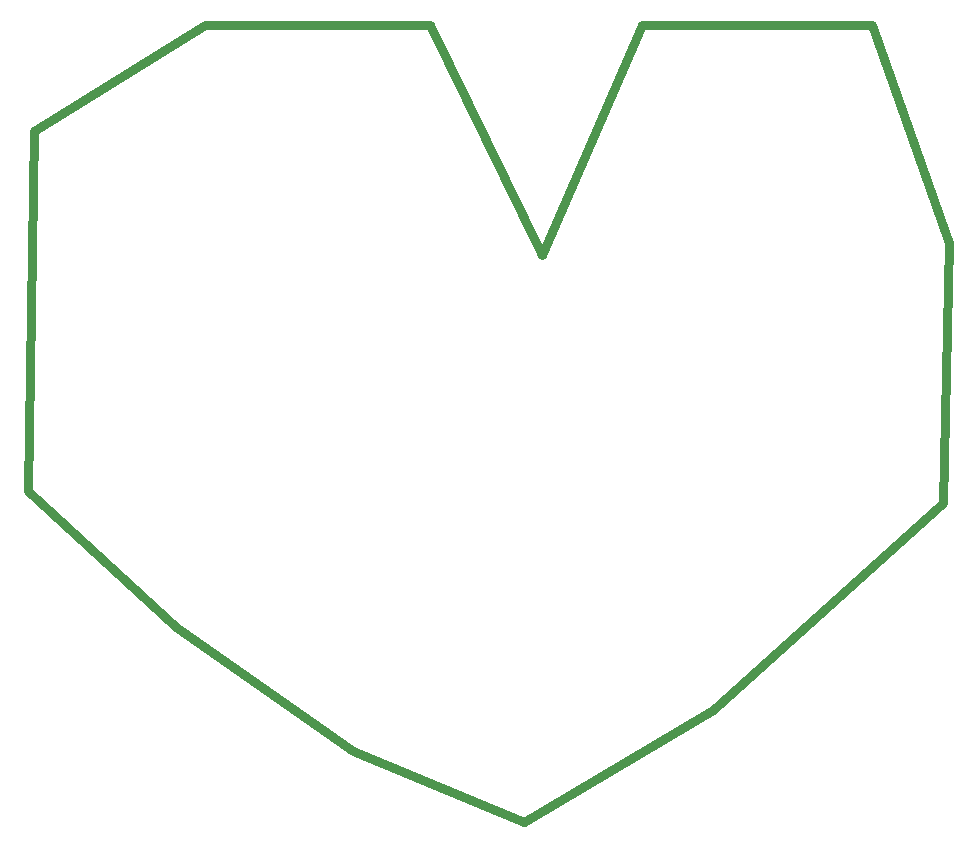
<source format=gbr>
%TF.GenerationSoftware,KiCad,Pcbnew,9.0.7*%
%TF.CreationDate,2026-02-11T09:18:25-05:00*%
%TF.ProjectId,555timerCES,35353574-696d-4657-9243-45532e6b6963,rev?*%
%TF.SameCoordinates,Original*%
%TF.FileFunction,Profile,NP*%
%FSLAX46Y46*%
G04 Gerber Fmt 4.6, Leading zero omitted, Abs format (unit mm)*
G04 Created by KiCad (PCBNEW 9.0.7) date 2026-02-11 09:18:25*
%MOMM*%
%LPD*%
G01*
G04 APERTURE LIST*
%TA.AperFunction,Profile*%
%ADD10C,0.800000*%
%TD*%
G04 APERTURE END LIST*
D10*
X143000000Y-74000000D02*
X151500000Y-54500000D01*
X171000000Y-54500000D01*
X177500000Y-73000000D01*
X177000000Y-95000000D01*
X157500000Y-112500000D01*
X141500000Y-122000000D01*
X127000000Y-116000000D01*
X112000000Y-105500000D01*
X99500000Y-94000000D01*
X100000000Y-63500000D01*
X114500000Y-54500000D01*
X133500000Y-54500000D01*
X143000000Y-74000000D01*
M02*

</source>
